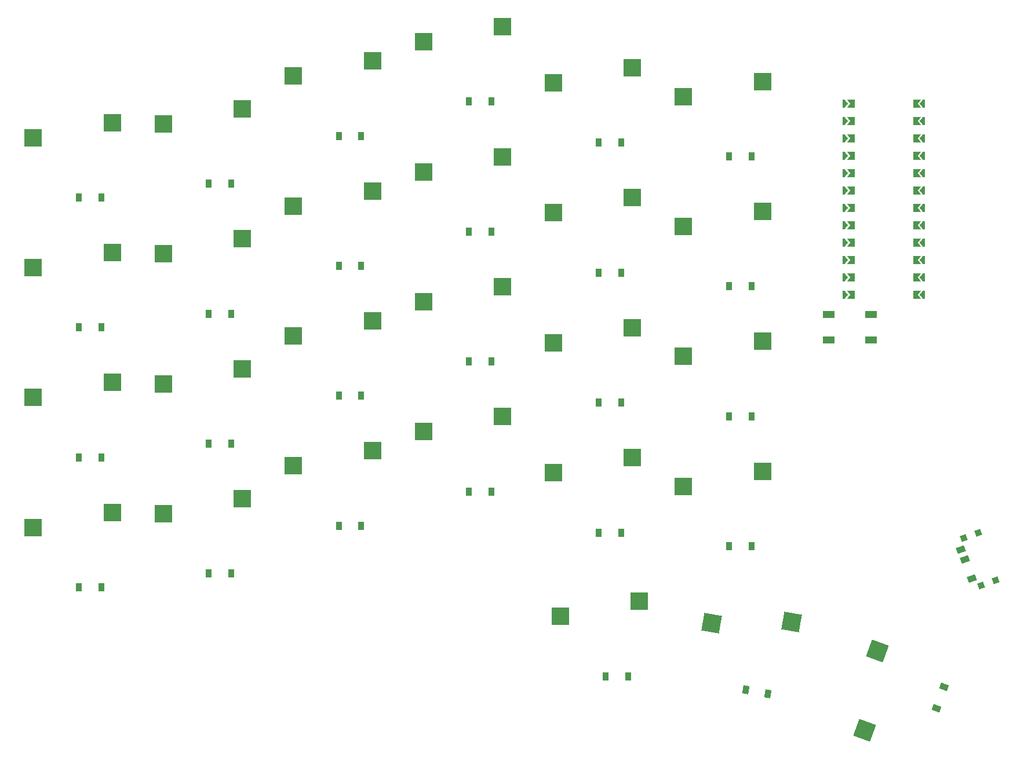
<source format=gbr>
%TF.GenerationSoftware,KiCad,Pcbnew,8.0.5-8.0.5-0~ubuntu20.04.1*%
%TF.CreationDate,2024-10-07T16:46:15+02:00*%
%TF.ProjectId,keyboard_pcb,6b657962-6f61-4726-945f-7063622e6b69,v1.0.0*%
%TF.SameCoordinates,Original*%
%TF.FileFunction,Paste,Top*%
%TF.FilePolarity,Positive*%
%FSLAX46Y46*%
G04 Gerber Fmt 4.6, Leading zero omitted, Abs format (unit mm)*
G04 Created by KiCad (PCBNEW 8.0.5-8.0.5-0~ubuntu20.04.1) date 2024-10-07 16:46:15*
%MOMM*%
%LPD*%
G01*
G04 APERTURE LIST*
G04 Aperture macros list*
%AMRotRect*
0 Rectangle, with rotation*
0 The origin of the aperture is its center*
0 $1 length*
0 $2 width*
0 $3 Rotation angle, in degrees counterclockwise*
0 Add horizontal line*
21,1,$1,$2,0,0,$3*%
%AMFreePoly0*
4,1,6,0.250000,0.000000,-0.250000,-0.625000,-0.500000,-0.625000,-0.500000,0.625000,-0.250000,0.625000,0.250000,0.000000,0.250000,0.000000,$1*%
%AMFreePoly1*
4,1,6,0.500000,-0.625000,-0.650000,-0.625000,-0.150000,0.000000,-0.650000,0.625000,0.500000,0.625000,0.500000,-0.625000,0.500000,-0.625000,$1*%
G04 Aperture macros list end*
%ADD10RotRect,0.900000X0.900000X290.000000*%
%ADD11RotRect,0.900000X1.250000X290.000000*%
%ADD12R,1.800000X1.100000*%
%ADD13R,2.600000X2.600000*%
%ADD14R,0.900000X1.200000*%
%ADD15FreePoly0,180.000000*%
%ADD16FreePoly0,0.000000*%
%ADD17FreePoly1,180.000000*%
%ADD18FreePoly1,0.000000*%
%ADD19RotRect,2.600000X2.600000X70.000000*%
%ADD20RotRect,0.900000X1.200000X70.000000*%
%ADD21RotRect,0.900000X1.200000X350.000000*%
%ADD22RotRect,2.600000X2.600000X350.000000*%
G04 APERTURE END LIST*
D10*
%TO.C,T1*%
X229768187Y-147056454D03*
X227700865Y-147808898D03*
X232299135Y-154010180D03*
X230231813Y-154762624D03*
D11*
X228819683Y-153733539D03*
X227793623Y-150914461D03*
X227280592Y-149504921D03*
%TD*%
D12*
%TO.C,B1*%
X207900000Y-115150000D03*
X214100000Y-115150000D03*
X207900000Y-118850000D03*
X214100000Y-118850000D03*
%TD*%
D13*
%TO.C,S1*%
X103275000Y-144050000D03*
X91725000Y-146250000D03*
%TD*%
D14*
%TO.C,D6*%
X117350000Y-134000000D03*
X120650000Y-134000000D03*
%TD*%
D13*
%TO.C,S19*%
X179275000Y-98050000D03*
X167725000Y-100250000D03*
%TD*%
D14*
%TO.C,D10*%
X136350000Y-127000000D03*
X139650000Y-127000000D03*
%TD*%
D15*
%TO.C,MCU1*%
X221500000Y-84300000D03*
X221500000Y-86840000D03*
X221500000Y-89380000D03*
X221500000Y-91920000D03*
X221500000Y-94460000D03*
X221500000Y-97000000D03*
X221500000Y-99540000D03*
X221500000Y-102080000D03*
X221500000Y-104620000D03*
X221500000Y-107160000D03*
X221500000Y-109700000D03*
X221500000Y-112240000D03*
D16*
X210500000Y-112240000D03*
X210500000Y-109700000D03*
X210500000Y-107160000D03*
X210500000Y-104620000D03*
X210500000Y-102080000D03*
X210500000Y-99540000D03*
X210500000Y-97000000D03*
X210500000Y-94460000D03*
X210500000Y-91920000D03*
X210500000Y-89380000D03*
X210500000Y-86840000D03*
X210500000Y-84300000D03*
D17*
X220775000Y-84300000D03*
X220775000Y-86840000D03*
X220775000Y-89380000D03*
X220775000Y-91920000D03*
X220775000Y-94460000D03*
X220775000Y-97000000D03*
X220775000Y-99540000D03*
X220775000Y-102080000D03*
X220775000Y-104620000D03*
X220775000Y-107160000D03*
X220775000Y-109700000D03*
X220775000Y-112240000D03*
D18*
X211225000Y-112240000D03*
X211225000Y-109700000D03*
X211225000Y-107160000D03*
X211225000Y-104620000D03*
X211225000Y-102080000D03*
X211225000Y-99540000D03*
X211225000Y-97000000D03*
X211225000Y-94460000D03*
X211225000Y-91920000D03*
X211225000Y-89380000D03*
X211225000Y-86840000D03*
X211225000Y-84300000D03*
%TD*%
D13*
%TO.C,S8*%
X122275000Y-85050000D03*
X110725000Y-87250000D03*
%TD*%
D14*
%TO.C,D17*%
X174350000Y-147000000D03*
X177650000Y-147000000D03*
%TD*%
D13*
%TO.C,S3*%
X103275000Y-106050000D03*
X91725000Y-108250000D03*
%TD*%
D14*
%TO.C,D23*%
X193350000Y-111000000D03*
X196650000Y-111000000D03*
%TD*%
%TO.C,D2*%
X98350000Y-136000000D03*
X101650000Y-136000000D03*
%TD*%
%TO.C,D21*%
X193350000Y-149000000D03*
X196650000Y-149000000D03*
%TD*%
%TO.C,D19*%
X174350000Y-109000000D03*
X177650000Y-109000000D03*
%TD*%
%TO.C,D8*%
X117350000Y-96000000D03*
X120650000Y-96000000D03*
%TD*%
D13*
%TO.C,S16*%
X160275000Y-73050000D03*
X148725000Y-75250000D03*
%TD*%
%TO.C,S4*%
X103275000Y-87050000D03*
X91725000Y-89250000D03*
%TD*%
D14*
%TO.C,D11*%
X136350000Y-108000000D03*
X139650000Y-108000000D03*
%TD*%
D13*
%TO.C,S2*%
X103275000Y-125050000D03*
X91725000Y-127250000D03*
%TD*%
%TO.C,S24*%
X198275000Y-81050000D03*
X186725000Y-83250000D03*
%TD*%
D19*
%TO.C,S27*%
X215062196Y-164298472D03*
X213179187Y-175904366D03*
%TD*%
D14*
%TO.C,D15*%
X155350000Y-103000000D03*
X158650000Y-103000000D03*
%TD*%
%TO.C,D18*%
X174350000Y-128000000D03*
X177650000Y-128000000D03*
%TD*%
D20*
%TO.C,D27*%
X223667381Y-172671578D03*
X224796047Y-169570592D03*
%TD*%
D14*
%TO.C,D25*%
X175350000Y-168000000D03*
X178650000Y-168000000D03*
%TD*%
%TO.C,D14*%
X155350000Y-122000000D03*
X158650000Y-122000000D03*
%TD*%
D13*
%TO.C,S20*%
X179275000Y-79050000D03*
X167725000Y-81250000D03*
%TD*%
%TO.C,S11*%
X141275000Y-97050000D03*
X129725000Y-99250000D03*
%TD*%
%TO.C,S9*%
X141275000Y-135050000D03*
X129725000Y-137250000D03*
%TD*%
%TO.C,S12*%
X141275000Y-78050000D03*
X129725000Y-80250000D03*
%TD*%
D14*
%TO.C,D12*%
X136350000Y-89000000D03*
X139650000Y-89000000D03*
%TD*%
D13*
%TO.C,S10*%
X141275000Y-116050000D03*
X129725000Y-118250000D03*
%TD*%
D14*
%TO.C,D13*%
X155350000Y-141000000D03*
X158650000Y-141000000D03*
%TD*%
D13*
%TO.C,S5*%
X122275000Y-142050000D03*
X110725000Y-144250000D03*
%TD*%
%TO.C,S13*%
X160275000Y-130050000D03*
X148725000Y-132250000D03*
%TD*%
%TO.C,S17*%
X179275000Y-136050000D03*
X167725000Y-138250000D03*
%TD*%
D14*
%TO.C,D24*%
X193350000Y-92000000D03*
X196650000Y-92000000D03*
%TD*%
D13*
%TO.C,S21*%
X198275000Y-138050000D03*
X186725000Y-140250000D03*
%TD*%
D14*
%TO.C,D22*%
X193350000Y-130000000D03*
X196650000Y-130000000D03*
%TD*%
%TO.C,D9*%
X136350000Y-146000000D03*
X139650000Y-146000000D03*
%TD*%
D13*
%TO.C,S18*%
X179275000Y-117050000D03*
X167725000Y-119250000D03*
%TD*%
D14*
%TO.C,D5*%
X117350000Y-153000000D03*
X120650000Y-153000000D03*
%TD*%
D13*
%TO.C,S22*%
X198275000Y-119050000D03*
X186725000Y-121250000D03*
%TD*%
D14*
%TO.C,D3*%
X98350000Y-117000000D03*
X101650000Y-117000000D03*
%TD*%
%TO.C,D4*%
X98350000Y-98000000D03*
X101650000Y-98000000D03*
%TD*%
D13*
%TO.C,S23*%
X198275000Y-100050000D03*
X186725000Y-102250000D03*
%TD*%
D21*
%TO.C,D26*%
X195801281Y-169981731D03*
X199051147Y-170554769D03*
%TD*%
D14*
%TO.C,D7*%
X117350000Y-115000000D03*
X120650000Y-115000000D03*
%TD*%
D13*
%TO.C,S6*%
X122275000Y-123050000D03*
X110725000Y-125250000D03*
%TD*%
%TO.C,S25*%
X180275000Y-157050000D03*
X168725000Y-159250000D03*
%TD*%
D22*
%TO.C,S26*%
X202552907Y-160053303D03*
X190796352Y-160214243D03*
%TD*%
D13*
%TO.C,S7*%
X122275000Y-104050000D03*
X110725000Y-106250000D03*
%TD*%
D14*
%TO.C,D16*%
X155350000Y-84000000D03*
X158650000Y-84000000D03*
%TD*%
%TO.C,D1*%
X98350000Y-155000000D03*
X101650000Y-155000000D03*
%TD*%
D13*
%TO.C,S15*%
X160275000Y-92050000D03*
X148725000Y-94250000D03*
%TD*%
%TO.C,S14*%
X160275000Y-111050000D03*
X148725000Y-113250000D03*
%TD*%
D14*
%TO.C,D20*%
X174350000Y-90000000D03*
X177650000Y-90000000D03*
%TD*%
M02*

</source>
